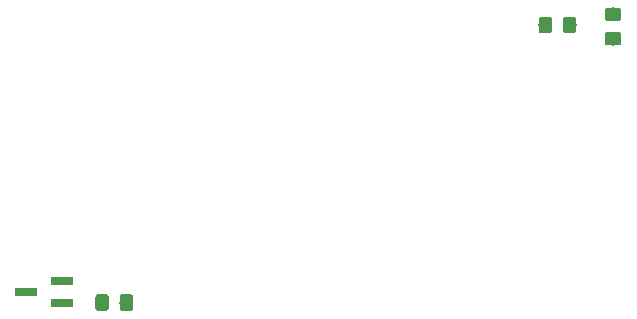
<source format=gbr>
G04 #@! TF.GenerationSoftware,KiCad,Pcbnew,(5.0.2)-1*
G04 #@! TF.CreationDate,2019-09-26T18:13:48+02:00*
G04 #@! TF.ProjectId,AskSinAnalyzer,41736b53-696e-4416-9e61-6c797a65722e,V2.0.1*
G04 #@! TF.SameCoordinates,Original*
G04 #@! TF.FileFunction,Paste,Top*
G04 #@! TF.FilePolarity,Positive*
%FSLAX46Y46*%
G04 Gerber Fmt 4.6, Leading zero omitted, Abs format (unit mm)*
G04 Created by KiCad (PCBNEW (5.0.2)-1) date 26.09.2019 18:13:48*
%MOMM*%
%LPD*%
G01*
G04 APERTURE LIST*
%ADD10R,1.900000X0.800000*%
%ADD11C,0.100000*%
%ADD12C,1.150000*%
G04 APERTURE END LIST*
D10*
G04 #@! TO.C,Q1*
X131777000Y-128572000D03*
X131777000Y-126672000D03*
X128777000Y-127622000D03*
G04 #@! TD*
D11*
G04 #@! TO.C,R1*
G36*
X135544505Y-127825204D02*
X135568773Y-127828804D01*
X135592572Y-127834765D01*
X135615671Y-127843030D01*
X135637850Y-127853520D01*
X135658893Y-127866132D01*
X135678599Y-127880747D01*
X135696777Y-127897223D01*
X135713253Y-127915401D01*
X135727868Y-127935107D01*
X135740480Y-127956150D01*
X135750970Y-127978329D01*
X135759235Y-128001428D01*
X135765196Y-128025227D01*
X135768796Y-128049495D01*
X135770000Y-128073999D01*
X135770000Y-128974001D01*
X135768796Y-128998505D01*
X135765196Y-129022773D01*
X135759235Y-129046572D01*
X135750970Y-129069671D01*
X135740480Y-129091850D01*
X135727868Y-129112893D01*
X135713253Y-129132599D01*
X135696777Y-129150777D01*
X135678599Y-129167253D01*
X135658893Y-129181868D01*
X135637850Y-129194480D01*
X135615671Y-129204970D01*
X135592572Y-129213235D01*
X135568773Y-129219196D01*
X135544505Y-129222796D01*
X135520001Y-129224000D01*
X134869999Y-129224000D01*
X134845495Y-129222796D01*
X134821227Y-129219196D01*
X134797428Y-129213235D01*
X134774329Y-129204970D01*
X134752150Y-129194480D01*
X134731107Y-129181868D01*
X134711401Y-129167253D01*
X134693223Y-129150777D01*
X134676747Y-129132599D01*
X134662132Y-129112893D01*
X134649520Y-129091850D01*
X134639030Y-129069671D01*
X134630765Y-129046572D01*
X134624804Y-129022773D01*
X134621204Y-128998505D01*
X134620000Y-128974001D01*
X134620000Y-128073999D01*
X134621204Y-128049495D01*
X134624804Y-128025227D01*
X134630765Y-128001428D01*
X134639030Y-127978329D01*
X134649520Y-127956150D01*
X134662132Y-127935107D01*
X134676747Y-127915401D01*
X134693223Y-127897223D01*
X134711401Y-127880747D01*
X134731107Y-127866132D01*
X134752150Y-127853520D01*
X134774329Y-127843030D01*
X134797428Y-127834765D01*
X134821227Y-127828804D01*
X134845495Y-127825204D01*
X134869999Y-127824000D01*
X135520001Y-127824000D01*
X135544505Y-127825204D01*
X135544505Y-127825204D01*
G37*
D12*
X135195000Y-128524000D03*
D11*
G36*
X137594505Y-127825204D02*
X137618773Y-127828804D01*
X137642572Y-127834765D01*
X137665671Y-127843030D01*
X137687850Y-127853520D01*
X137708893Y-127866132D01*
X137728599Y-127880747D01*
X137746777Y-127897223D01*
X137763253Y-127915401D01*
X137777868Y-127935107D01*
X137790480Y-127956150D01*
X137800970Y-127978329D01*
X137809235Y-128001428D01*
X137815196Y-128025227D01*
X137818796Y-128049495D01*
X137820000Y-128073999D01*
X137820000Y-128974001D01*
X137818796Y-128998505D01*
X137815196Y-129022773D01*
X137809235Y-129046572D01*
X137800970Y-129069671D01*
X137790480Y-129091850D01*
X137777868Y-129112893D01*
X137763253Y-129132599D01*
X137746777Y-129150777D01*
X137728599Y-129167253D01*
X137708893Y-129181868D01*
X137687850Y-129194480D01*
X137665671Y-129204970D01*
X137642572Y-129213235D01*
X137618773Y-129219196D01*
X137594505Y-129222796D01*
X137570001Y-129224000D01*
X136919999Y-129224000D01*
X136895495Y-129222796D01*
X136871227Y-129219196D01*
X136847428Y-129213235D01*
X136824329Y-129204970D01*
X136802150Y-129194480D01*
X136781107Y-129181868D01*
X136761401Y-129167253D01*
X136743223Y-129150777D01*
X136726747Y-129132599D01*
X136712132Y-129112893D01*
X136699520Y-129091850D01*
X136689030Y-129069671D01*
X136680765Y-129046572D01*
X136674804Y-129022773D01*
X136671204Y-128998505D01*
X136670000Y-128974001D01*
X136670000Y-128073999D01*
X136671204Y-128049495D01*
X136674804Y-128025227D01*
X136680765Y-128001428D01*
X136689030Y-127978329D01*
X136699520Y-127956150D01*
X136712132Y-127935107D01*
X136726747Y-127915401D01*
X136743223Y-127897223D01*
X136761401Y-127880747D01*
X136781107Y-127866132D01*
X136802150Y-127853520D01*
X136824329Y-127843030D01*
X136847428Y-127834765D01*
X136871227Y-127828804D01*
X136895495Y-127825204D01*
X136919999Y-127824000D01*
X137570001Y-127824000D01*
X137594505Y-127825204D01*
X137594505Y-127825204D01*
G37*
D12*
X137245000Y-128524000D03*
G04 #@! TD*
D11*
G04 #@! TO.C,R2*
G36*
X178909505Y-105607204D02*
X178933773Y-105610804D01*
X178957572Y-105616765D01*
X178980671Y-105625030D01*
X179002850Y-105635520D01*
X179023893Y-105648132D01*
X179043599Y-105662747D01*
X179061777Y-105679223D01*
X179078253Y-105697401D01*
X179092868Y-105717107D01*
X179105480Y-105738150D01*
X179115970Y-105760329D01*
X179124235Y-105783428D01*
X179130196Y-105807227D01*
X179133796Y-105831495D01*
X179135000Y-105855999D01*
X179135000Y-106506001D01*
X179133796Y-106530505D01*
X179130196Y-106554773D01*
X179124235Y-106578572D01*
X179115970Y-106601671D01*
X179105480Y-106623850D01*
X179092868Y-106644893D01*
X179078253Y-106664599D01*
X179061777Y-106682777D01*
X179043599Y-106699253D01*
X179023893Y-106713868D01*
X179002850Y-106726480D01*
X178980671Y-106736970D01*
X178957572Y-106745235D01*
X178933773Y-106751196D01*
X178909505Y-106754796D01*
X178885001Y-106756000D01*
X177984999Y-106756000D01*
X177960495Y-106754796D01*
X177936227Y-106751196D01*
X177912428Y-106745235D01*
X177889329Y-106736970D01*
X177867150Y-106726480D01*
X177846107Y-106713868D01*
X177826401Y-106699253D01*
X177808223Y-106682777D01*
X177791747Y-106664599D01*
X177777132Y-106644893D01*
X177764520Y-106623850D01*
X177754030Y-106601671D01*
X177745765Y-106578572D01*
X177739804Y-106554773D01*
X177736204Y-106530505D01*
X177735000Y-106506001D01*
X177735000Y-105855999D01*
X177736204Y-105831495D01*
X177739804Y-105807227D01*
X177745765Y-105783428D01*
X177754030Y-105760329D01*
X177764520Y-105738150D01*
X177777132Y-105717107D01*
X177791747Y-105697401D01*
X177808223Y-105679223D01*
X177826401Y-105662747D01*
X177846107Y-105648132D01*
X177867150Y-105635520D01*
X177889329Y-105625030D01*
X177912428Y-105616765D01*
X177936227Y-105610804D01*
X177960495Y-105607204D01*
X177984999Y-105606000D01*
X178885001Y-105606000D01*
X178909505Y-105607204D01*
X178909505Y-105607204D01*
G37*
D12*
X178435000Y-106181000D03*
D11*
G36*
X178909505Y-103557204D02*
X178933773Y-103560804D01*
X178957572Y-103566765D01*
X178980671Y-103575030D01*
X179002850Y-103585520D01*
X179023893Y-103598132D01*
X179043599Y-103612747D01*
X179061777Y-103629223D01*
X179078253Y-103647401D01*
X179092868Y-103667107D01*
X179105480Y-103688150D01*
X179115970Y-103710329D01*
X179124235Y-103733428D01*
X179130196Y-103757227D01*
X179133796Y-103781495D01*
X179135000Y-103805999D01*
X179135000Y-104456001D01*
X179133796Y-104480505D01*
X179130196Y-104504773D01*
X179124235Y-104528572D01*
X179115970Y-104551671D01*
X179105480Y-104573850D01*
X179092868Y-104594893D01*
X179078253Y-104614599D01*
X179061777Y-104632777D01*
X179043599Y-104649253D01*
X179023893Y-104663868D01*
X179002850Y-104676480D01*
X178980671Y-104686970D01*
X178957572Y-104695235D01*
X178933773Y-104701196D01*
X178909505Y-104704796D01*
X178885001Y-104706000D01*
X177984999Y-104706000D01*
X177960495Y-104704796D01*
X177936227Y-104701196D01*
X177912428Y-104695235D01*
X177889329Y-104686970D01*
X177867150Y-104676480D01*
X177846107Y-104663868D01*
X177826401Y-104649253D01*
X177808223Y-104632777D01*
X177791747Y-104614599D01*
X177777132Y-104594893D01*
X177764520Y-104573850D01*
X177754030Y-104551671D01*
X177745765Y-104528572D01*
X177739804Y-104504773D01*
X177736204Y-104480505D01*
X177735000Y-104456001D01*
X177735000Y-103805999D01*
X177736204Y-103781495D01*
X177739804Y-103757227D01*
X177745765Y-103733428D01*
X177754030Y-103710329D01*
X177764520Y-103688150D01*
X177777132Y-103667107D01*
X177791747Y-103647401D01*
X177808223Y-103629223D01*
X177826401Y-103612747D01*
X177846107Y-103598132D01*
X177867150Y-103585520D01*
X177889329Y-103575030D01*
X177912428Y-103566765D01*
X177936227Y-103560804D01*
X177960495Y-103557204D01*
X177984999Y-103556000D01*
X178885001Y-103556000D01*
X178909505Y-103557204D01*
X178909505Y-103557204D01*
G37*
D12*
X178435000Y-104131000D03*
G04 #@! TD*
D11*
G04 #@! TO.C,R3*
G36*
X175110505Y-104330204D02*
X175134773Y-104333804D01*
X175158572Y-104339765D01*
X175181671Y-104348030D01*
X175203850Y-104358520D01*
X175224893Y-104371132D01*
X175244599Y-104385747D01*
X175262777Y-104402223D01*
X175279253Y-104420401D01*
X175293868Y-104440107D01*
X175306480Y-104461150D01*
X175316970Y-104483329D01*
X175325235Y-104506428D01*
X175331196Y-104530227D01*
X175334796Y-104554495D01*
X175336000Y-104578999D01*
X175336000Y-105479001D01*
X175334796Y-105503505D01*
X175331196Y-105527773D01*
X175325235Y-105551572D01*
X175316970Y-105574671D01*
X175306480Y-105596850D01*
X175293868Y-105617893D01*
X175279253Y-105637599D01*
X175262777Y-105655777D01*
X175244599Y-105672253D01*
X175224893Y-105686868D01*
X175203850Y-105699480D01*
X175181671Y-105709970D01*
X175158572Y-105718235D01*
X175134773Y-105724196D01*
X175110505Y-105727796D01*
X175086001Y-105729000D01*
X174435999Y-105729000D01*
X174411495Y-105727796D01*
X174387227Y-105724196D01*
X174363428Y-105718235D01*
X174340329Y-105709970D01*
X174318150Y-105699480D01*
X174297107Y-105686868D01*
X174277401Y-105672253D01*
X174259223Y-105655777D01*
X174242747Y-105637599D01*
X174228132Y-105617893D01*
X174215520Y-105596850D01*
X174205030Y-105574671D01*
X174196765Y-105551572D01*
X174190804Y-105527773D01*
X174187204Y-105503505D01*
X174186000Y-105479001D01*
X174186000Y-104578999D01*
X174187204Y-104554495D01*
X174190804Y-104530227D01*
X174196765Y-104506428D01*
X174205030Y-104483329D01*
X174215520Y-104461150D01*
X174228132Y-104440107D01*
X174242747Y-104420401D01*
X174259223Y-104402223D01*
X174277401Y-104385747D01*
X174297107Y-104371132D01*
X174318150Y-104358520D01*
X174340329Y-104348030D01*
X174363428Y-104339765D01*
X174387227Y-104333804D01*
X174411495Y-104330204D01*
X174435999Y-104329000D01*
X175086001Y-104329000D01*
X175110505Y-104330204D01*
X175110505Y-104330204D01*
G37*
D12*
X174761000Y-105029000D03*
D11*
G36*
X173060505Y-104330204D02*
X173084773Y-104333804D01*
X173108572Y-104339765D01*
X173131671Y-104348030D01*
X173153850Y-104358520D01*
X173174893Y-104371132D01*
X173194599Y-104385747D01*
X173212777Y-104402223D01*
X173229253Y-104420401D01*
X173243868Y-104440107D01*
X173256480Y-104461150D01*
X173266970Y-104483329D01*
X173275235Y-104506428D01*
X173281196Y-104530227D01*
X173284796Y-104554495D01*
X173286000Y-104578999D01*
X173286000Y-105479001D01*
X173284796Y-105503505D01*
X173281196Y-105527773D01*
X173275235Y-105551572D01*
X173266970Y-105574671D01*
X173256480Y-105596850D01*
X173243868Y-105617893D01*
X173229253Y-105637599D01*
X173212777Y-105655777D01*
X173194599Y-105672253D01*
X173174893Y-105686868D01*
X173153850Y-105699480D01*
X173131671Y-105709970D01*
X173108572Y-105718235D01*
X173084773Y-105724196D01*
X173060505Y-105727796D01*
X173036001Y-105729000D01*
X172385999Y-105729000D01*
X172361495Y-105727796D01*
X172337227Y-105724196D01*
X172313428Y-105718235D01*
X172290329Y-105709970D01*
X172268150Y-105699480D01*
X172247107Y-105686868D01*
X172227401Y-105672253D01*
X172209223Y-105655777D01*
X172192747Y-105637599D01*
X172178132Y-105617893D01*
X172165520Y-105596850D01*
X172155030Y-105574671D01*
X172146765Y-105551572D01*
X172140804Y-105527773D01*
X172137204Y-105503505D01*
X172136000Y-105479001D01*
X172136000Y-104578999D01*
X172137204Y-104554495D01*
X172140804Y-104530227D01*
X172146765Y-104506428D01*
X172155030Y-104483329D01*
X172165520Y-104461150D01*
X172178132Y-104440107D01*
X172192747Y-104420401D01*
X172209223Y-104402223D01*
X172227401Y-104385747D01*
X172247107Y-104371132D01*
X172268150Y-104358520D01*
X172290329Y-104348030D01*
X172313428Y-104339765D01*
X172337227Y-104333804D01*
X172361495Y-104330204D01*
X172385999Y-104329000D01*
X173036001Y-104329000D01*
X173060505Y-104330204D01*
X173060505Y-104330204D01*
G37*
D12*
X172711000Y-105029000D03*
G04 #@! TD*
M02*

</source>
